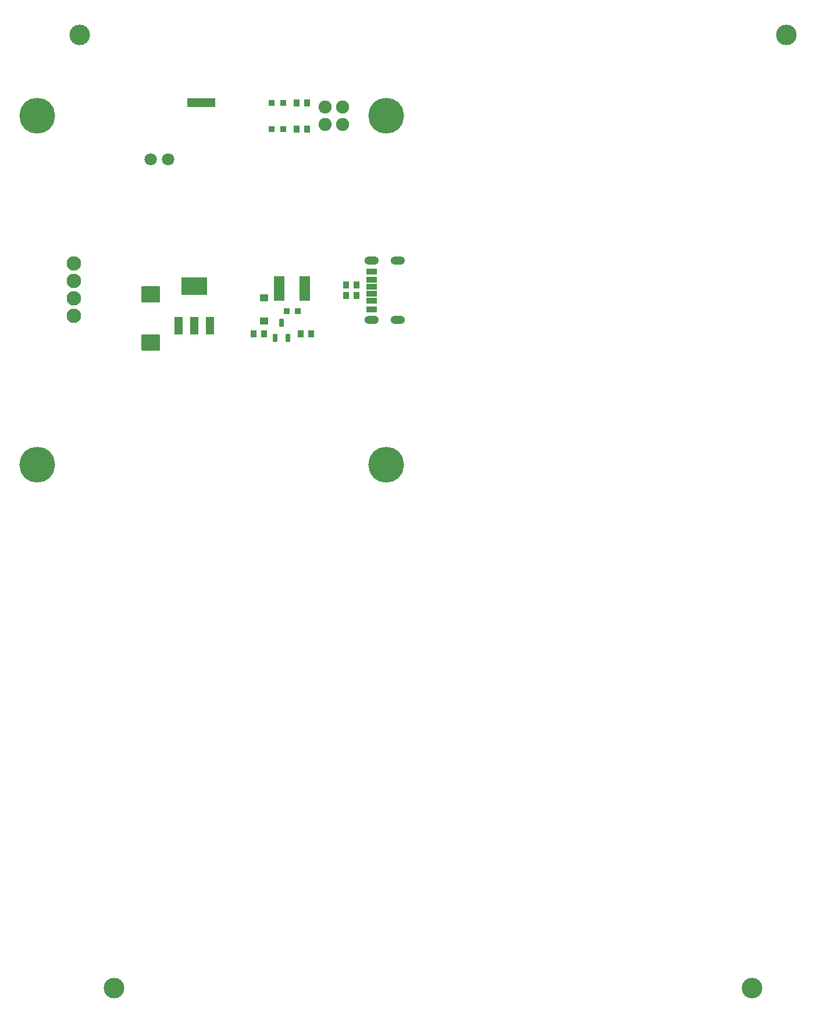
<source format=gts>
G04 Layer: TopSolderMaskLayer*
G04 Panelize: Stamp Hole, Column: 2, Row: 2, Board Size: 58.42mm x 58.42mm, Panelized Board Size: 122.84mm x 122.84mm*
G04 EasyEDA v6.5.32, 2023-07-30 21:55:26*
G04 0189717723f44532b496580ac8dbca45,5a6b42c53f6a479593ecc07194224c93,10*
G04 Gerber Generator version 0.2*
G04 Scale: 100 percent, Rotated: No, Reflected: No *
G04 Dimensions in millimeters *
G04 leading zeros omitted , absolute positions ,4 integer and 5 decimal *
%FSLAX45Y45*%
%MOMM*%

%AMMACRO1*1,1,$1,$2,$3*1,1,$1,$4,$5*1,1,$1,0-$2,0-$3*1,1,$1,0-$4,0-$5*20,1,$1,$2,$3,$4,$5,0*20,1,$1,$4,$5,0-$2,0-$3,0*20,1,$1,0-$2,0-$3,0-$4,0-$5,0*20,1,$1,0-$4,0-$5,$2,$3,0*4,1,4,$2,$3,$4,$5,0-$2,0-$3,0-$4,0-$5,$2,$3,0*%
%ADD10MACRO1,0.1016X1.296X-1.1038X-1.296X-1.1038*%
%ADD11MACRO1,0.1016X1.296X1.1038X-1.296X1.1038*%
%ADD12MACRO1,0.1016X-0.4032X-0.432X-0.4032X0.432*%
%ADD13MACRO1,0.1016X0.4032X-0.432X0.4032X0.432*%
%ADD14MACRO1,0.1016X-0.4X-0.4X-0.4X0.4*%
%ADD15MACRO1,0.1016X0.7033X1.7496X0.7033X-1.7496*%
%ADD16MACRO1,0.1016X-0.7033X1.7496X-0.7033X-1.7496*%
%ADD17MACRO1,0.1016X-0.525X-1.2325X0.525X-1.2325*%
%ADD18MACRO1,0.1016X1.77X-1.2325X-1.77X-1.2325*%
%ADD19MACRO1,0.1016X-0.575X-0.475X-0.575X0.475*%
%ADD20MACRO1,0.1016X-0.266X-0.5188X0.266X-0.5188*%
%ADD21MACRO1,0.1016X-0.7X-0.4X-0.7X0.4*%
%ADD22R,1.5016X0.9016*%
%ADD23O,2.1015960000000002X1.2015978000000003*%
%ADD24C,5.2032*%
%ADD25C,1.9016*%
%ADD26C,1.8016*%
%ADD27C,2.1016*%
%ADD28C,3.0000*%

%LPD*%
D10*
G01*
X2031994Y2865719D03*
D11*
G01*
X2031994Y2163470D03*
D12*
G01*
X4304424Y5270500D03*
D13*
G01*
X4153775Y5270500D03*
D12*
G01*
X4304424Y5651500D03*
D13*
G01*
X4153775Y5651500D03*
D12*
G01*
X5028314Y2997194D03*
D13*
G01*
X4877664Y2997194D03*
D12*
G01*
X5028314Y2844794D03*
D13*
G01*
X4877664Y2844794D03*
D12*
G01*
X3682114Y2285989D03*
D13*
G01*
X3531464Y2285989D03*
D14*
G01*
X4169331Y2616542D03*
G01*
X4009430Y2615841D03*
G01*
X3958589Y5270500D03*
G01*
X3788410Y5270500D03*
G01*
X3958589Y5651500D03*
G01*
X3788410Y5651500D03*
D12*
G01*
X4367914Y2285989D03*
D13*
G01*
X4217264Y2285989D03*
D15*
G01*
X3904056Y2946389D03*
D16*
G01*
X4274723Y2946389D03*
D17*
G01*
X2437000Y2406639D03*
G01*
X2666993Y2406639D03*
G01*
X2896991Y2406639D03*
D18*
G01*
X2666989Y2978139D03*
D19*
G01*
X3682987Y2472347D03*
G01*
X3682987Y2810827D03*
D20*
G01*
X3841987Y2226664D03*
G01*
X4031987Y2226664D03*
G01*
X3936987Y2446915D03*
D21*
G01*
X5245902Y2870982D03*
G01*
X5245902Y2970982D03*
G01*
X5245750Y3072988D03*
D22*
G01*
X5245506Y2769006D03*
D21*
G01*
X5245674Y3196000D03*
G01*
X5245674Y2645989D03*
D23*
G01*
X5245684Y3353003D03*
G01*
X5245684Y2488996D03*
G01*
X5625693Y2488996D03*
G01*
X5625693Y3353003D03*
D24*
G01*
X381000Y5461000D03*
G01*
X5461000Y5461000D03*
G01*
X5461000Y381000D03*
G01*
X381000Y381000D03*
G01*
X5461000Y5461000D03*
G01*
X381000Y5461000D03*
D25*
G01*
X4826000Y5588000D03*
G01*
X4826000Y5334000D03*
G01*
X4572000Y5334000D03*
G01*
X4572000Y5588000D03*
D26*
G01*
X2286000Y4826000D03*
G01*
X2032000Y4826000D03*
D27*
G01*
X910818Y2799714D03*
G01*
X910818Y3053714D03*
G01*
X910818Y3307714D03*
G01*
X910818Y2545714D03*
D28*
G01*
X999997Y6641998D03*
G01*
X11284000Y6641998D03*
G01*
X1499996Y-7241997D03*
G01*
X10784001Y-7241997D03*
G36*
X2565400Y5715000D02*
G01*
X2971800Y5715000D01*
X2971800Y5588000D01*
X2565400Y5588000D01*
G37*
M02*

</source>
